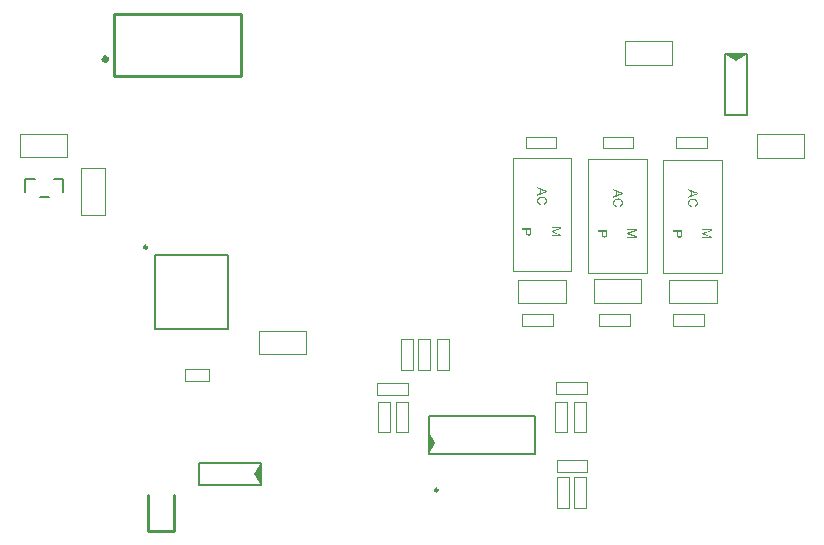
<source format=gto>
G04 Layer_Color=65535*
%FSLAX44Y44*%
%MOMM*%
G71*
G01*
G75*
%ADD58C,0.5000*%
%ADD59C,0.2500*%
%ADD60C,0.1000*%
%ADD61C,0.2540*%
%ADD62C,0.2000*%
G36*
X448988Y215152D02*
Y215138D01*
Y215124D01*
Y215082D01*
Y215027D01*
Y214902D01*
X448974Y214722D01*
Y214527D01*
X448960Y214319D01*
X448947Y214111D01*
X448919Y213917D01*
Y213890D01*
X448905Y213834D01*
X448877Y213737D01*
X448849Y213598D01*
X448794Y213460D01*
X448739Y213293D01*
X448655Y213127D01*
X448544Y212960D01*
X448531Y212946D01*
X448489Y212891D01*
X448420Y212808D01*
X448336Y212711D01*
X448225Y212600D01*
X448087Y212489D01*
X447920Y212392D01*
X447740Y212295D01*
X447712Y212281D01*
X447657Y212253D01*
X447560Y212225D01*
X447421Y212170D01*
X447268Y212128D01*
X447088Y212101D01*
X446894Y212073D01*
X446686Y212059D01*
X446575D01*
X446506Y212073D01*
X446409Y212087D01*
X446298Y212101D01*
X446048Y212142D01*
X445757Y212239D01*
X445466Y212364D01*
X445313Y212447D01*
X445174Y212544D01*
X445036Y212655D01*
X444897Y212780D01*
X444883Y212794D01*
X444869Y212808D01*
X444842Y212850D01*
X444800Y212919D01*
X444744Y212988D01*
X444689Y213085D01*
X444633Y213196D01*
X444564Y213335D01*
X444509Y213473D01*
X444439Y213640D01*
X444384Y213834D01*
X444342Y214042D01*
X444287Y214264D01*
X444259Y214500D01*
X444245Y214777D01*
X444231Y215054D01*
Y217107D01*
X441000D01*
Y218161D01*
X448988D01*
Y215152D01*
D02*
G37*
G36*
X473988Y217580D02*
X468330Y215680D01*
X468316D01*
X468288Y215666D01*
X468247Y215652D01*
X468177Y215625D01*
X468025Y215583D01*
X467831Y215514D01*
X467623Y215458D01*
X467429Y215403D01*
X467276Y215347D01*
X467207Y215333D01*
X467151Y215319D01*
Y215292D01*
X467179Y215278D01*
X467234Y215264D01*
X467345Y215236D01*
X467484Y215181D01*
X467664Y215125D01*
X467886Y215056D01*
X468136Y214973D01*
X468427Y214876D01*
X473988Y212962D01*
Y211547D01*
X466000D01*
Y212560D01*
X472685D01*
Y212574D01*
X466000Y214890D01*
Y215833D01*
X472795Y218121D01*
Y218162D01*
X466000D01*
Y219161D01*
X473988D01*
Y217580D01*
D02*
G37*
G36*
X394031Y246758D02*
X394170D01*
X394323Y246744D01*
X394517Y246717D01*
X394725Y246689D01*
X394947Y246633D01*
X395183Y246578D01*
X395418Y246509D01*
X395668Y246425D01*
X395918Y246328D01*
X396167Y246203D01*
X396403Y246065D01*
X396639Y245898D01*
X396847Y245718D01*
X396861Y245704D01*
X396888Y245663D01*
X396944Y245607D01*
X397013Y245524D01*
X397096Y245413D01*
X397193Y245288D01*
X397291Y245149D01*
X397388Y244983D01*
X397485Y244789D01*
X397582Y244581D01*
X397679Y244359D01*
X397762Y244123D01*
X397831Y243860D01*
X397887Y243596D01*
X397915Y243305D01*
X397929Y243000D01*
Y242986D01*
Y242944D01*
Y242889D01*
X397915Y242806D01*
Y242695D01*
X397901Y242584D01*
X397873Y242445D01*
X397859Y242306D01*
X397790Y241987D01*
X397679Y241655D01*
X397526Y241322D01*
X397443Y241155D01*
X397332Y241003D01*
Y240989D01*
X397304Y240961D01*
X397277Y240920D01*
X397221Y240864D01*
X397083Y240725D01*
X396902Y240545D01*
X396653Y240351D01*
X396361Y240157D01*
X396001Y239977D01*
X395599Y239838D01*
X395349Y240878D01*
X395363D01*
X395391Y240892D01*
X395432Y240906D01*
X395488Y240920D01*
X395640Y240989D01*
X395821Y241072D01*
X396015Y241183D01*
X396223Y241322D01*
X396431Y241474D01*
X396597Y241668D01*
X396611Y241696D01*
X396666Y241766D01*
X396736Y241877D01*
X396819Y242043D01*
X396888Y242237D01*
X396958Y242459D01*
X397013Y242709D01*
X397027Y243000D01*
Y243014D01*
Y243055D01*
Y243125D01*
X397013Y243222D01*
X396999Y243319D01*
X396986Y243458D01*
X396916Y243749D01*
X396819Y244068D01*
X396750Y244234D01*
X396666Y244401D01*
X396570Y244553D01*
X396445Y244720D01*
X396320Y244858D01*
X396167Y244997D01*
X396153Y245011D01*
X396126Y245025D01*
X396084Y245052D01*
X396015Y245094D01*
X395918Y245149D01*
X395821Y245205D01*
X395696Y245260D01*
X395557Y245330D01*
X395405Y245385D01*
X395224Y245455D01*
X395044Y245510D01*
X394836Y245552D01*
X394614Y245607D01*
X394378Y245635D01*
X394129Y245649D01*
X393865Y245663D01*
X393699D01*
X393588Y245649D01*
X393449Y245635D01*
X393297Y245621D01*
X393116Y245607D01*
X392922Y245579D01*
X392520Y245496D01*
X392104Y245357D01*
X391910Y245288D01*
X391716Y245191D01*
X391535Y245080D01*
X391369Y244955D01*
X391355Y244942D01*
X391341Y244928D01*
X391300Y244886D01*
X391244Y244830D01*
X391189Y244761D01*
X391119Y244664D01*
X391036Y244567D01*
X390967Y244456D01*
X390814Y244193D01*
X390689Y243874D01*
X390634Y243693D01*
X390606Y243513D01*
X390578Y243305D01*
X390564Y243097D01*
Y243083D01*
Y243055D01*
Y243000D01*
X390578Y242944D01*
Y242861D01*
X390592Y242764D01*
X390634Y242556D01*
X390689Y242306D01*
X390773Y242057D01*
X390897Y241807D01*
X391064Y241571D01*
X391091Y241544D01*
X391161Y241474D01*
X391286Y241377D01*
X391452Y241252D01*
X391660Y241114D01*
X391923Y240975D01*
X392243Y240850D01*
X392603Y240753D01*
X392340Y239699D01*
X392326D01*
X392284Y239713D01*
X392215Y239741D01*
X392118Y239769D01*
X392007Y239810D01*
X391882Y239852D01*
X391577Y239977D01*
X391258Y240143D01*
X390925Y240365D01*
X390606Y240614D01*
X390453Y240767D01*
X390329Y240920D01*
Y240933D01*
X390301Y240961D01*
X390273Y241003D01*
X390232Y241072D01*
X390176Y241155D01*
X390121Y241252D01*
X390065Y241377D01*
X390010Y241502D01*
X389940Y241655D01*
X389885Y241807D01*
X389774Y242168D01*
X389705Y242570D01*
X389691Y242778D01*
X389677Y243000D01*
Y243028D01*
Y243083D01*
X389691Y243194D01*
Y243319D01*
X389719Y243485D01*
X389746Y243666D01*
X389774Y243874D01*
X389829Y244095D01*
X389899Y244331D01*
X389982Y244567D01*
X390079Y244803D01*
X390190Y245039D01*
X390329Y245274D01*
X390495Y245482D01*
X390689Y245690D01*
X390897Y245871D01*
X390911Y245884D01*
X390953Y245912D01*
X391022Y245954D01*
X391119Y246009D01*
X391230Y246079D01*
X391369Y246162D01*
X391535Y246231D01*
X391729Y246314D01*
X391923Y246411D01*
X392159Y246481D01*
X392395Y246564D01*
X392659Y246633D01*
X392936Y246689D01*
X393227Y246730D01*
X393532Y246758D01*
X393851Y246772D01*
X393935D01*
X394031Y246758D01*
D02*
G37*
G36*
X512479Y215013D02*
Y214999D01*
Y214985D01*
Y214943D01*
Y214888D01*
Y214763D01*
X512465Y214583D01*
Y214389D01*
X512452Y214181D01*
X512438Y213972D01*
X512410Y213778D01*
Y213751D01*
X512396Y213695D01*
X512368Y213598D01*
X512341Y213459D01*
X512285Y213321D01*
X512230Y213154D01*
X512146Y212988D01*
X512035Y212821D01*
X512022Y212808D01*
X511980Y212752D01*
X511911Y212669D01*
X511828Y212572D01*
X511716Y212461D01*
X511578Y212350D01*
X511411Y212253D01*
X511231Y212156D01*
X511203Y212142D01*
X511148Y212114D01*
X511051Y212086D01*
X510912Y212031D01*
X510760Y211989D01*
X510579Y211962D01*
X510385Y211934D01*
X510177Y211920D01*
X510066D01*
X509997Y211934D01*
X509900Y211948D01*
X509789Y211962D01*
X509539Y212003D01*
X509248Y212100D01*
X508957Y212225D01*
X508804Y212308D01*
X508666Y212405D01*
X508527Y212516D01*
X508388Y212641D01*
X508374Y212655D01*
X508360Y212669D01*
X508333Y212710D01*
X508291Y212780D01*
X508236Y212849D01*
X508180Y212946D01*
X508125Y213057D01*
X508055Y213196D01*
X508000Y213335D01*
X507930Y213501D01*
X507875Y213695D01*
X507833Y213903D01*
X507778Y214125D01*
X507750Y214361D01*
X507736Y214638D01*
X507722Y214916D01*
Y216968D01*
X504491D01*
Y218022D01*
X512479D01*
Y215013D01*
D02*
G37*
G36*
X537479Y217441D02*
X531821Y215541D01*
X531807D01*
X531779Y215527D01*
X531738Y215513D01*
X531668Y215486D01*
X531516Y215444D01*
X531322Y215375D01*
X531114Y215319D01*
X530919Y215264D01*
X530767Y215208D01*
X530698Y215194D01*
X530642Y215180D01*
Y215153D01*
X530670Y215139D01*
X530725Y215125D01*
X530836Y215097D01*
X530975Y215042D01*
X531155Y214986D01*
X531377Y214917D01*
X531627Y214834D01*
X531918Y214737D01*
X537479Y212823D01*
Y211408D01*
X529491D01*
Y212421D01*
X536176D01*
Y212435D01*
X529491Y214751D01*
Y215694D01*
X536287Y217982D01*
Y218023D01*
X529491D01*
Y219022D01*
X537479D01*
Y217441D01*
D02*
G37*
G36*
X458230Y245117D02*
X458369D01*
X458521Y245103D01*
X458715Y245076D01*
X458923Y245048D01*
X459145Y244993D01*
X459381Y244937D01*
X459617Y244868D01*
X459866Y244785D01*
X460116Y244688D01*
X460366Y244563D01*
X460601Y244424D01*
X460837Y244258D01*
X461045Y244077D01*
X461059Y244063D01*
X461087Y244022D01*
X461142Y243966D01*
X461212Y243883D01*
X461295Y243772D01*
X461392Y243647D01*
X461489Y243509D01*
X461586Y243342D01*
X461683Y243148D01*
X461780Y242940D01*
X461877Y242718D01*
X461960Y242482D01*
X462030Y242219D01*
X462085Y241955D01*
X462113Y241664D01*
X462127Y241359D01*
Y241345D01*
Y241304D01*
Y241248D01*
X462113Y241165D01*
Y241054D01*
X462099Y240943D01*
X462071Y240804D01*
X462057Y240666D01*
X461988Y240347D01*
X461877Y240014D01*
X461725Y239681D01*
X461642Y239515D01*
X461530Y239362D01*
Y239348D01*
X461503Y239320D01*
X461475Y239279D01*
X461420Y239223D01*
X461281Y239085D01*
X461101Y238904D01*
X460851Y238710D01*
X460560Y238516D01*
X460199Y238336D01*
X459797Y238197D01*
X459547Y239237D01*
X459561D01*
X459589Y239251D01*
X459631Y239265D01*
X459686Y239279D01*
X459839Y239348D01*
X460019Y239431D01*
X460213Y239542D01*
X460421Y239681D01*
X460629Y239834D01*
X460796Y240028D01*
X460809Y240055D01*
X460865Y240125D01*
X460934Y240236D01*
X461017Y240402D01*
X461087Y240596D01*
X461156Y240818D01*
X461212Y241068D01*
X461225Y241359D01*
Y241373D01*
Y241415D01*
Y241484D01*
X461212Y241581D01*
X461198Y241678D01*
X461184Y241817D01*
X461115Y242108D01*
X461017Y242427D01*
X460948Y242593D01*
X460865Y242760D01*
X460768Y242912D01*
X460643Y243079D01*
X460518Y243217D01*
X460366Y243356D01*
X460352Y243370D01*
X460324Y243384D01*
X460282Y243412D01*
X460213Y243453D01*
X460116Y243509D01*
X460019Y243564D01*
X459894Y243620D01*
X459755Y243689D01*
X459603Y243744D01*
X459423Y243814D01*
X459242Y243869D01*
X459034Y243911D01*
X458812Y243966D01*
X458577Y243994D01*
X458327Y244008D01*
X458063Y244022D01*
X457897D01*
X457786Y244008D01*
X457647Y243994D01*
X457495Y243980D01*
X457315Y243966D01*
X457120Y243939D01*
X456718Y243855D01*
X456302Y243717D01*
X456108Y243647D01*
X455914Y243550D01*
X455734Y243439D01*
X455567Y243314D01*
X455553Y243301D01*
X455539Y243287D01*
X455498Y243245D01*
X455442Y243190D01*
X455387Y243120D01*
X455317Y243023D01*
X455234Y242926D01*
X455165Y242815D01*
X455012Y242552D01*
X454888Y242233D01*
X454832Y242052D01*
X454804Y241872D01*
X454777Y241664D01*
X454763Y241456D01*
Y241442D01*
Y241415D01*
Y241359D01*
X454777Y241304D01*
Y241220D01*
X454790Y241123D01*
X454832Y240915D01*
X454888Y240666D01*
X454971Y240416D01*
X455096Y240166D01*
X455262Y239931D01*
X455290Y239903D01*
X455359Y239834D01*
X455484Y239736D01*
X455650Y239612D01*
X455858Y239473D01*
X456122Y239334D01*
X456441Y239209D01*
X456801Y239112D01*
X456538Y238058D01*
X456524D01*
X456482Y238072D01*
X456413Y238100D01*
X456316Y238128D01*
X456205Y238169D01*
X456080Y238211D01*
X455775Y238336D01*
X455456Y238502D01*
X455123Y238724D01*
X454804Y238974D01*
X454652Y239126D01*
X454527Y239279D01*
Y239293D01*
X454499Y239320D01*
X454472Y239362D01*
X454430Y239431D01*
X454375Y239515D01*
X454319Y239612D01*
X454263Y239736D01*
X454208Y239861D01*
X454139Y240014D01*
X454083Y240166D01*
X453972Y240527D01*
X453903Y240929D01*
X453889Y241137D01*
X453875Y241359D01*
Y241387D01*
Y241442D01*
X453889Y241553D01*
Y241678D01*
X453917Y241844D01*
X453945Y242025D01*
X453972Y242233D01*
X454028Y242455D01*
X454097Y242690D01*
X454180Y242926D01*
X454277Y243162D01*
X454388Y243398D01*
X454527Y243633D01*
X454693Y243841D01*
X454888Y244049D01*
X455096Y244230D01*
X455109Y244244D01*
X455151Y244271D01*
X455220Y244313D01*
X455317Y244368D01*
X455429Y244438D01*
X455567Y244521D01*
X455734Y244590D01*
X455928Y244674D01*
X456122Y244771D01*
X456358Y244840D01*
X456593Y244923D01*
X456857Y244993D01*
X457134Y245048D01*
X457425Y245090D01*
X457731Y245117D01*
X458050Y245131D01*
X458133D01*
X458230Y245117D01*
D02*
G37*
G36*
X461988Y250096D02*
Y248945D01*
X454000Y245686D01*
Y246879D01*
X456427Y247822D01*
Y251164D01*
X454000Y252052D01*
Y253147D01*
X461988Y250096D01*
D02*
G37*
G36*
X397790Y251737D02*
Y250586D01*
X389802Y247327D01*
Y248519D01*
X392229Y249463D01*
Y252805D01*
X389802Y253692D01*
Y254788D01*
X397790Y251737D01*
D02*
G37*
G36*
X155472Y2500D02*
X149572Y11750D01*
X155472Y21000D01*
Y2500D01*
D02*
G37*
G36*
X409790Y219221D02*
X404132Y217321D01*
X404118D01*
X404090Y217307D01*
X404048Y217293D01*
X403979Y217265D01*
X403826Y217224D01*
X403632Y217155D01*
X403424Y217099D01*
X403230Y217044D01*
X403078Y216988D01*
X403008Y216974D01*
X402953Y216960D01*
Y216933D01*
X402980Y216919D01*
X403036Y216905D01*
X403147Y216877D01*
X403286Y216822D01*
X403466Y216766D01*
X403688Y216697D01*
X403937Y216614D01*
X404229Y216517D01*
X409790Y214603D01*
Y213188D01*
X401802D01*
Y214200D01*
X408486D01*
Y214214D01*
X401802Y216530D01*
Y217474D01*
X408597Y219762D01*
Y219803D01*
X401802D01*
Y220802D01*
X409790D01*
Y219221D01*
D02*
G37*
G36*
X558202Y361632D02*
X548952Y367532D01*
X567452D01*
X558202Y361632D01*
D02*
G37*
G36*
X303080Y38445D02*
X298400Y29195D01*
Y47695D01*
X303080Y38445D01*
D02*
G37*
G36*
X384790Y216793D02*
Y216779D01*
Y216765D01*
Y216723D01*
Y216668D01*
Y216543D01*
X384776Y216362D01*
Y216168D01*
X384762Y215960D01*
X384748Y215752D01*
X384720Y215558D01*
Y215530D01*
X384707Y215475D01*
X384679Y215378D01*
X384651Y215239D01*
X384596Y215100D01*
X384540Y214934D01*
X384457Y214768D01*
X384346Y214601D01*
X384332Y214587D01*
X384291Y214532D01*
X384221Y214449D01*
X384138Y214352D01*
X384027Y214241D01*
X383888Y214130D01*
X383722Y214033D01*
X383542Y213936D01*
X383514Y213922D01*
X383459Y213894D01*
X383361Y213866D01*
X383223Y213811D01*
X383070Y213769D01*
X382890Y213741D01*
X382696Y213714D01*
X382488Y213700D01*
X382377D01*
X382307Y213714D01*
X382210Y213727D01*
X382099Y213741D01*
X381850Y213783D01*
X381558Y213880D01*
X381267Y214005D01*
X381115Y214088D01*
X380976Y214185D01*
X380837Y214296D01*
X380699Y214421D01*
X380685Y214435D01*
X380671Y214449D01*
X380643Y214490D01*
X380602Y214560D01*
X380546Y214629D01*
X380491Y214726D01*
X380435Y214837D01*
X380366Y214976D01*
X380310Y215114D01*
X380241Y215281D01*
X380186Y215475D01*
X380144Y215683D01*
X380089Y215905D01*
X380061Y216141D01*
X380047Y216418D01*
X380033Y216695D01*
Y218748D01*
X376802D01*
Y219802D01*
X384790D01*
Y216793D01*
D02*
G37*
G36*
X525479Y249957D02*
Y248806D01*
X517491Y245547D01*
Y246740D01*
X519918Y247683D01*
Y251025D01*
X517491Y251913D01*
Y253008D01*
X525479Y249957D01*
D02*
G37*
G36*
X521721Y244978D02*
X521860D01*
X522012Y244965D01*
X522206Y244937D01*
X522414Y244909D01*
X522636Y244854D01*
X522872Y244798D01*
X523108Y244729D01*
X523357Y244646D01*
X523607Y244548D01*
X523857Y244424D01*
X524092Y244285D01*
X524328Y244119D01*
X524536Y243938D01*
X524550Y243924D01*
X524578Y243883D01*
X524633Y243827D01*
X524703Y243744D01*
X524786Y243633D01*
X524883Y243508D01*
X524980Y243370D01*
X525077Y243203D01*
X525174Y243009D01*
X525271Y242801D01*
X525368Y242579D01*
X525452Y242343D01*
X525521Y242080D01*
X525576Y241816D01*
X525604Y241525D01*
X525618Y241220D01*
Y241206D01*
Y241165D01*
Y241109D01*
X525604Y241026D01*
Y240915D01*
X525590Y240804D01*
X525563Y240665D01*
X525549Y240527D01*
X525479Y240208D01*
X525368Y239875D01*
X525216Y239542D01*
X525133Y239376D01*
X525022Y239223D01*
Y239209D01*
X524994Y239181D01*
X524966Y239140D01*
X524911Y239084D01*
X524772Y238946D01*
X524592Y238765D01*
X524342Y238571D01*
X524051Y238377D01*
X523690Y238197D01*
X523288Y238058D01*
X523038Y239098D01*
X523052D01*
X523080Y239112D01*
X523122Y239126D01*
X523177Y239140D01*
X523330Y239209D01*
X523510Y239292D01*
X523704Y239403D01*
X523912Y239542D01*
X524120Y239694D01*
X524287Y239889D01*
X524300Y239916D01*
X524356Y239986D01*
X524425Y240097D01*
X524509Y240263D01*
X524578Y240457D01*
X524647Y240679D01*
X524703Y240929D01*
X524716Y241220D01*
Y241234D01*
Y241276D01*
Y241345D01*
X524703Y241442D01*
X524689Y241539D01*
X524675Y241678D01*
X524606Y241969D01*
X524509Y242288D01*
X524439Y242454D01*
X524356Y242621D01*
X524259Y242773D01*
X524134Y242940D01*
X524009Y243078D01*
X523857Y243217D01*
X523843Y243231D01*
X523815Y243245D01*
X523773Y243273D01*
X523704Y243314D01*
X523607Y243370D01*
X523510Y243425D01*
X523385Y243481D01*
X523246Y243550D01*
X523094Y243605D01*
X522914Y243675D01*
X522733Y243730D01*
X522525Y243772D01*
X522303Y243827D01*
X522068Y243855D01*
X521818Y243869D01*
X521554Y243883D01*
X521388D01*
X521277Y243869D01*
X521138Y243855D01*
X520986Y243841D01*
X520806Y243827D01*
X520611Y243800D01*
X520209Y243716D01*
X519793Y243578D01*
X519599Y243508D01*
X519405Y243411D01*
X519225Y243300D01*
X519058Y243176D01*
X519044Y243162D01*
X519030Y243148D01*
X518989Y243106D01*
X518933Y243051D01*
X518878Y242981D01*
X518809Y242884D01*
X518725Y242787D01*
X518656Y242676D01*
X518503Y242413D01*
X518379Y242094D01*
X518323Y241914D01*
X518296Y241733D01*
X518268Y241525D01*
X518254Y241317D01*
Y241303D01*
Y241276D01*
Y241220D01*
X518268Y241165D01*
Y241081D01*
X518282Y240984D01*
X518323Y240776D01*
X518379Y240527D01*
X518462Y240277D01*
X518587Y240027D01*
X518753Y239792D01*
X518781Y239764D01*
X518850Y239694D01*
X518975Y239597D01*
X519141Y239473D01*
X519350Y239334D01*
X519613Y239195D01*
X519932Y239070D01*
X520293Y238973D01*
X520029Y237919D01*
X520015D01*
X519973Y237933D01*
X519904Y237961D01*
X519807Y237989D01*
X519696Y238030D01*
X519571Y238072D01*
X519266Y238197D01*
X518947Y238363D01*
X518614Y238585D01*
X518296Y238835D01*
X518143Y238987D01*
X518018Y239140D01*
Y239154D01*
X517990Y239181D01*
X517963Y239223D01*
X517921Y239292D01*
X517865Y239376D01*
X517810Y239473D01*
X517755Y239597D01*
X517699Y239722D01*
X517630Y239875D01*
X517574Y240027D01*
X517463Y240388D01*
X517394Y240790D01*
X517380Y240998D01*
X517366Y241220D01*
Y241248D01*
Y241303D01*
X517380Y241414D01*
Y241539D01*
X517408Y241705D01*
X517436Y241886D01*
X517463Y242094D01*
X517519Y242316D01*
X517588Y242551D01*
X517671Y242787D01*
X517769Y243023D01*
X517879Y243259D01*
X518018Y243494D01*
X518185Y243703D01*
X518379Y243911D01*
X518587Y244091D01*
X518601Y244105D01*
X518642Y244132D01*
X518712Y244174D01*
X518809Y244230D01*
X518919Y244299D01*
X519058Y244382D01*
X519225Y244451D01*
X519419Y244535D01*
X519613Y244632D01*
X519849Y244701D01*
X520084Y244784D01*
X520348Y244854D01*
X520625Y244909D01*
X520917Y244951D01*
X521222Y244978D01*
X521541Y244992D01*
X521624D01*
X521721Y244978D01*
D02*
G37*
%LPC*%
G36*
X448045Y217107D02*
X445188D01*
Y215054D01*
Y215027D01*
Y214971D01*
X445202Y214874D01*
X445216Y214763D01*
X445230Y214611D01*
X445271Y214458D01*
X445313Y214278D01*
X445369Y214098D01*
X445452Y213931D01*
X445549Y213751D01*
X445660Y213598D01*
X445798Y213446D01*
X445965Y213335D01*
X446159Y213238D01*
X446395Y213182D01*
X446644Y213155D01*
X446728D01*
X446811Y213168D01*
X446936Y213182D01*
X447061Y213210D01*
X447213Y213265D01*
X447352Y213321D01*
X447490Y213404D01*
X447504Y213418D01*
X447546Y213446D01*
X447615Y213501D01*
X447685Y213571D01*
X447768Y213668D01*
X447837Y213765D01*
X447906Y213890D01*
X447948Y214014D01*
Y214028D01*
X447962Y214084D01*
X447976Y214167D01*
X448004Y214278D01*
X448017Y214431D01*
X448031Y214611D01*
X448045Y214819D01*
Y215068D01*
Y217107D01*
D02*
G37*
G36*
X511536Y216968D02*
X508679D01*
Y214916D01*
Y214888D01*
Y214832D01*
X508693Y214735D01*
X508707Y214624D01*
X508721Y214472D01*
X508763Y214319D01*
X508804Y214139D01*
X508860Y213959D01*
X508943Y213792D01*
X509040Y213612D01*
X509151Y213459D01*
X509290Y213307D01*
X509456Y213196D01*
X509650Y213099D01*
X509886Y213043D01*
X510135Y213016D01*
X510219D01*
X510302Y213029D01*
X510427Y213043D01*
X510552Y213071D01*
X510704Y213127D01*
X510843Y213182D01*
X510981Y213265D01*
X510995Y213279D01*
X511037Y213307D01*
X511106Y213362D01*
X511176Y213432D01*
X511259Y213529D01*
X511328Y213626D01*
X511398Y213751D01*
X511439Y213875D01*
Y213889D01*
X511453Y213945D01*
X511467Y214028D01*
X511495Y214139D01*
X511508Y214291D01*
X511522Y214472D01*
X511536Y214680D01*
Y214929D01*
Y216968D01*
D02*
G37*
G36*
X457273Y250859D02*
Y248141D01*
X457287D01*
X457301Y248155D01*
X457384Y248182D01*
X457509Y248238D01*
X457689Y248293D01*
X457883Y248377D01*
X458119Y248460D01*
X458355Y248557D01*
X458618Y248654D01*
X459131Y248848D01*
X459381Y248931D01*
X459603Y249028D01*
X459811Y249098D01*
X459991Y249167D01*
X460130Y249222D01*
X460213Y249250D01*
X460227D01*
X460282Y249278D01*
X460352Y249292D01*
X460463Y249333D01*
X460601Y249375D01*
X460768Y249417D01*
X460948Y249472D01*
X461156Y249527D01*
Y249555D01*
X461115D01*
X461073Y249569D01*
X461017Y249583D01*
X460865Y249611D01*
X460671Y249666D01*
X460435Y249722D01*
X460185Y249791D01*
X459658Y249971D01*
X457273Y250859D01*
D02*
G37*
G36*
X393075Y252500D02*
Y249781D01*
X393088D01*
X393102Y249795D01*
X393186Y249823D01*
X393310Y249879D01*
X393491Y249934D01*
X393685Y250017D01*
X393921Y250100D01*
X394156Y250198D01*
X394420Y250295D01*
X394933Y250489D01*
X395183Y250572D01*
X395405Y250669D01*
X395612Y250739D01*
X395793Y250808D01*
X395932Y250863D01*
X396015Y250891D01*
X396029D01*
X396084Y250919D01*
X396153Y250933D01*
X396264Y250974D01*
X396403Y251016D01*
X396570Y251057D01*
X396750Y251113D01*
X396958Y251168D01*
Y251196D01*
X396916D01*
X396875Y251210D01*
X396819Y251224D01*
X396666Y251252D01*
X396472Y251307D01*
X396237Y251362D01*
X395987Y251432D01*
X395460Y251612D01*
X393075Y252500D01*
D02*
G37*
G36*
X383847Y218748D02*
X380990D01*
Y216695D01*
Y216668D01*
Y216612D01*
X381004Y216515D01*
X381018Y216404D01*
X381031Y216252D01*
X381073Y216099D01*
X381115Y215919D01*
X381170Y215739D01*
X381253Y215572D01*
X381351Y215392D01*
X381461Y215239D01*
X381600Y215087D01*
X381767Y214976D01*
X381961Y214879D01*
X382197Y214823D01*
X382446Y214795D01*
X382529D01*
X382612Y214809D01*
X382737Y214823D01*
X382862Y214851D01*
X383015Y214906D01*
X383153Y214962D01*
X383292Y215045D01*
X383306Y215059D01*
X383348Y215087D01*
X383417Y215142D01*
X383486Y215212D01*
X383569Y215308D01*
X383639Y215406D01*
X383708Y215530D01*
X383750Y215655D01*
Y215669D01*
X383764Y215725D01*
X383778Y215808D01*
X383805Y215919D01*
X383819Y216071D01*
X383833Y216252D01*
X383847Y216460D01*
Y216709D01*
Y218748D01*
D02*
G37*
G36*
X520764Y250720D02*
Y248002D01*
X520778D01*
X520792Y248016D01*
X520875Y248043D01*
X521000Y248099D01*
X521180Y248154D01*
X521374Y248237D01*
X521610Y248321D01*
X521846Y248418D01*
X522109Y248515D01*
X522622Y248709D01*
X522872Y248792D01*
X523094Y248889D01*
X523302Y248959D01*
X523482Y249028D01*
X523621Y249083D01*
X523704Y249111D01*
X523718D01*
X523773Y249139D01*
X523843Y249153D01*
X523954Y249194D01*
X524092Y249236D01*
X524259Y249278D01*
X524439Y249333D01*
X524647Y249389D01*
Y249416D01*
X524606D01*
X524564Y249430D01*
X524509Y249444D01*
X524356Y249472D01*
X524162Y249527D01*
X523926Y249583D01*
X523676Y249652D01*
X523149Y249832D01*
X520764Y250720D01*
D02*
G37*
%LPD*%
D58*
X25000Y363000D02*
G03*
X25000Y363000I-1000J0D01*
G01*
D59*
X305600Y-1811D02*
G03*
X305600Y-1811I-1250J0D01*
G01*
X59257Y203847D02*
G03*
X59257Y203847I-1250J0D01*
G01*
D60*
X-48060Y280000D02*
X-8059D01*
X-48060Y300000D02*
X-8059D01*
Y280000D02*
Y300000D01*
X-48060Y280000D02*
Y300000D01*
X91738Y90394D02*
X111738D01*
X91738D02*
Y100394D01*
X111738D01*
Y90394D02*
Y100394D01*
X503673Y358236D02*
Y378236D01*
X463673Y358236D02*
Y378236D01*
Y358236D02*
X503673D01*
X463673Y378236D02*
X503673D01*
X533000Y287499D02*
Y297498D01*
X507000D02*
X533000D01*
X507000Y287499D02*
Y297498D01*
Y287499D02*
X533000D01*
X471001D02*
Y297498D01*
X445001D02*
X471001D01*
X445001Y287499D02*
Y297498D01*
Y287499D02*
X471001D01*
X405920Y287495D02*
Y297495D01*
X379920D02*
X405920D01*
X379920Y287495D02*
Y297495D01*
Y287495D02*
X405920D01*
X154000Y113160D02*
Y133160D01*
X194000Y113160D02*
Y133160D01*
X154000D02*
X194000D01*
X154000Y113160D02*
X194000D01*
X575466Y279751D02*
Y299751D01*
X615466Y279751D02*
Y299751D01*
X575466D02*
X615466D01*
X575466Y279751D02*
X615466D01*
X3786Y230766D02*
X23786D01*
X3786Y270766D02*
X23786D01*
X3786Y230766D02*
Y270766D01*
X23786Y230766D02*
Y270766D01*
X406000Y13227D02*
X429160D01*
X406000D02*
Y23387D01*
X432000D01*
X428906Y13227D02*
X432000D01*
Y23387D01*
X373803Y156343D02*
Y176343D01*
X413803Y156343D02*
Y176343D01*
X373803D02*
X413803D01*
X373803Y156343D02*
X413803D01*
X376802Y137218D02*
X399962D01*
X376802D02*
Y147378D01*
X402802D01*
X399708Y137218D02*
X402802D01*
Y147378D01*
X368802Y279802D02*
X418302D01*
X368802Y183802D02*
Y279802D01*
Y183802D02*
X418302D01*
Y279802D01*
X284080Y100000D02*
Y123160D01*
X273920Y100000D02*
X284080D01*
X273920D02*
Y126000D01*
X284080Y122906D02*
Y126000D01*
X273920D02*
X284080D01*
X256840Y89080D02*
X280000D01*
Y78920D02*
Y89080D01*
X254000Y78920D02*
X280000D01*
X254000Y89080D02*
X257094D01*
X254000Y78920D02*
Y89080D01*
X254920Y49840D02*
Y73000D01*
X265080D01*
Y47000D02*
Y73000D01*
X254920Y47000D02*
Y50094D01*
Y47000D02*
X265080D01*
X269920Y49840D02*
Y73000D01*
X280080D01*
Y47000D02*
Y73000D01*
X269920Y47000D02*
Y50094D01*
Y47000D02*
X280080D01*
X437760Y156788D02*
Y176788D01*
X477760Y156788D02*
Y176788D01*
X437760D02*
X477760D01*
X437760Y156788D02*
X477760D01*
X442169Y137219D02*
X465329D01*
X442169D02*
Y147379D01*
X468169D01*
X465075Y137219D02*
X468169D01*
Y147379D01*
X433000Y278161D02*
X482501D01*
X433000Y182161D02*
Y278161D01*
Y182161D02*
X482501D01*
Y278161D01*
X299080Y100000D02*
Y123160D01*
X288920Y100000D02*
X299080D01*
X288920D02*
Y126000D01*
X299080Y122906D02*
Y126000D01*
X288920D02*
X299080D01*
X405485Y79920D02*
X428645D01*
X405485D02*
Y90080D01*
X431485D01*
X428391Y79920D02*
X431485D01*
Y90080D01*
X404920Y49840D02*
Y73000D01*
X415080D01*
Y47000D02*
Y73000D01*
X404920Y47000D02*
Y50094D01*
Y47000D02*
X415080D01*
X420723Y49840D02*
Y73000D01*
X430883D01*
Y47000D02*
Y73000D01*
X420723Y47000D02*
Y50094D01*
Y47000D02*
X430883D01*
X501492Y156344D02*
Y176344D01*
X541492Y156344D02*
Y176344D01*
X501492D02*
X541492D01*
X501492Y156344D02*
X541492D01*
X504491Y137219D02*
X527651D01*
X504491D02*
Y147379D01*
X530491D01*
X527397Y137219D02*
X530491D01*
Y147379D01*
X496491Y278022D02*
X545992D01*
X496491Y182022D02*
Y278022D01*
Y182022D02*
X545992D01*
Y278022D01*
X406222Y-14160D02*
Y9000D01*
X416382D01*
Y-17000D02*
Y9000D01*
X406222Y-17000D02*
Y-13906D01*
Y-17000D02*
X416382D01*
X315080Y99999D02*
Y123159D01*
X304920Y99999D02*
X315080D01*
X304920D02*
Y125999D01*
X315080Y122905D02*
Y125999D01*
X304920D02*
X315080D01*
X420920Y-14159D02*
Y9001D01*
X431080D01*
Y-16999D02*
Y9001D01*
X420920Y-16999D02*
Y-13905D01*
Y-16999D02*
X431080D01*
D61*
X139000Y349000D02*
Y401100D01*
X31000Y349000D02*
Y401100D01*
Y349000D02*
X139000D01*
X31000Y401100D02*
X139000D01*
X82400Y-36000D02*
Y-6000D01*
X60400Y-36000D02*
X82400D01*
X60400D02*
Y-6000D01*
D62*
X103472Y2500D02*
Y21000D01*
X155472D01*
X103472Y2500D02*
X155472D01*
Y21000D01*
X298400Y29195D02*
X388170D01*
X298400Y61185D02*
X388170D01*
X298400Y29195D02*
Y61185D01*
X388170Y29195D02*
Y61185D01*
X548952Y315532D02*
X567452D01*
X548952D02*
Y367532D01*
X567452Y315532D02*
Y367532D01*
X548952D02*
X567452D01*
X-31687Y246306D02*
X-23437D01*
X-44005Y250766D02*
Y261556D01*
X-35755D01*
X-11504Y250766D02*
Y261556D01*
X-19755D02*
X-11504D01*
X66007Y134847D02*
Y196847D01*
X128007Y134847D02*
Y196847D01*
X66007D02*
X128007D01*
X66007Y134847D02*
X128007D01*
M02*

</source>
